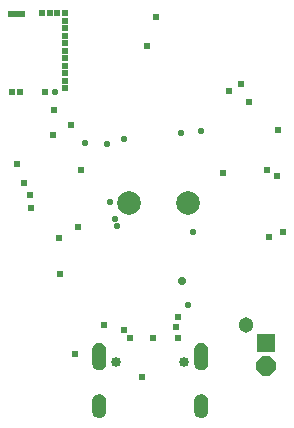
<source format=gbs>
G04 EAGLE Gerber RS-274X export*
G75*
%MOMM*%
%FSLAX34Y34*%
%LPD*%
%INSoldermask Bottom*%
%IPPOS*%
%AMOC8*
5,1,8,0,0,1.08239X$1,22.5*%
G01*
%ADD10C,0.853200*%
%ADD11R,1.643200X1.643200*%
%ADD12P,1.778583X8X22.500000*%
%ADD13C,1.303200*%
%ADD14C,2.003200*%
%ADD15C,0.605600*%
%ADD16C,0.555600*%
%ADD17C,0.705600*%

G36*
X167407Y59735D02*
X167407Y59735D01*
X167412Y59740D01*
X167416Y59737D01*
X168542Y60078D01*
X168546Y60084D01*
X168551Y60082D01*
X169588Y60637D01*
X169591Y60643D01*
X169596Y60642D01*
X170505Y61388D01*
X170507Y61395D01*
X170512Y61395D01*
X171258Y62304D01*
X171258Y62311D01*
X171264Y62312D01*
X171818Y63349D01*
X171817Y63357D01*
X171822Y63358D01*
X171938Y63743D01*
X172133Y64383D01*
X172163Y64484D01*
X172161Y64491D01*
X172165Y64493D01*
X172280Y65664D01*
X172278Y65667D01*
X172281Y65669D01*
X172281Y76669D01*
X172278Y76672D01*
X172280Y76674D01*
X172165Y77844D01*
X172160Y77849D01*
X172163Y77854D01*
X171822Y78979D01*
X171816Y78983D01*
X171818Y78988D01*
X171264Y80025D01*
X171257Y80028D01*
X171258Y80033D01*
X170512Y80943D01*
X170505Y80944D01*
X170505Y80949D01*
X169596Y81696D01*
X169589Y81696D01*
X169588Y81701D01*
X168551Y82255D01*
X168543Y82254D01*
X168542Y82259D01*
X167416Y82601D01*
X167409Y82598D01*
X167407Y82602D01*
X166236Y82718D01*
X166235Y82717D01*
X166234Y82718D01*
X166229Y82718D01*
X166227Y82717D01*
X166226Y82718D01*
X165056Y82602D01*
X165051Y82598D01*
X165046Y82601D01*
X163921Y82259D01*
X163917Y82253D01*
X163912Y82255D01*
X162875Y81701D01*
X162872Y81694D01*
X162867Y81696D01*
X161957Y80949D01*
X161956Y80942D01*
X161951Y80943D01*
X161204Y80033D01*
X161204Y80026D01*
X161199Y80025D01*
X160645Y78988D01*
X160646Y78981D01*
X160641Y78979D01*
X160599Y78840D01*
X160405Y78200D01*
X160299Y77854D01*
X160302Y77847D01*
X160298Y77844D01*
X160182Y76674D01*
X160184Y76670D01*
X160182Y76669D01*
X160182Y65669D01*
X160184Y65666D01*
X160182Y65664D01*
X160298Y64493D01*
X160302Y64488D01*
X160299Y64484D01*
X160641Y63358D01*
X160647Y63354D01*
X160645Y63349D01*
X161199Y62312D01*
X161206Y62309D01*
X161204Y62304D01*
X161951Y61395D01*
X161958Y61393D01*
X161957Y61388D01*
X162867Y60642D01*
X162874Y60642D01*
X162875Y60637D01*
X163912Y60082D01*
X163919Y60083D01*
X163921Y60078D01*
X165046Y59737D01*
X165053Y59739D01*
X165056Y59735D01*
X166226Y59620D01*
X166233Y59624D01*
X166236Y59620D01*
X167407Y59735D01*
G37*
G36*
X81007Y59735D02*
X81007Y59735D01*
X81012Y59740D01*
X81016Y59737D01*
X82142Y60078D01*
X82146Y60084D01*
X82151Y60082D01*
X83188Y60637D01*
X83191Y60643D01*
X83196Y60642D01*
X84105Y61388D01*
X84107Y61395D01*
X84112Y61395D01*
X84858Y62304D01*
X84858Y62311D01*
X84864Y62312D01*
X85418Y63349D01*
X85417Y63357D01*
X85422Y63358D01*
X85538Y63743D01*
X85733Y64383D01*
X85763Y64484D01*
X85761Y64491D01*
X85765Y64493D01*
X85880Y65664D01*
X85878Y65667D01*
X85881Y65669D01*
X85881Y76669D01*
X85878Y76672D01*
X85880Y76674D01*
X85765Y77844D01*
X85760Y77849D01*
X85763Y77854D01*
X85422Y78979D01*
X85416Y78983D01*
X85418Y78988D01*
X84864Y80025D01*
X84857Y80028D01*
X84858Y80033D01*
X84112Y80943D01*
X84105Y80944D01*
X84105Y80949D01*
X83196Y81696D01*
X83189Y81696D01*
X83188Y81701D01*
X82151Y82255D01*
X82143Y82254D01*
X82142Y82259D01*
X81016Y82601D01*
X81009Y82598D01*
X81007Y82602D01*
X79836Y82718D01*
X79835Y82717D01*
X79834Y82718D01*
X79829Y82718D01*
X79827Y82717D01*
X79826Y82718D01*
X78656Y82602D01*
X78651Y82598D01*
X78646Y82601D01*
X77521Y82259D01*
X77517Y82253D01*
X77512Y82255D01*
X76475Y81701D01*
X76472Y81694D01*
X76467Y81696D01*
X75557Y80949D01*
X75556Y80942D01*
X75551Y80943D01*
X74804Y80033D01*
X74804Y80026D01*
X74799Y80025D01*
X74245Y78988D01*
X74246Y78981D01*
X74241Y78979D01*
X74199Y78840D01*
X74005Y78200D01*
X73899Y77854D01*
X73902Y77847D01*
X73898Y77844D01*
X73782Y76674D01*
X73784Y76670D01*
X73782Y76669D01*
X73782Y65669D01*
X73784Y65666D01*
X73782Y65664D01*
X73898Y64493D01*
X73902Y64488D01*
X73899Y64484D01*
X74241Y63358D01*
X74247Y63354D01*
X74245Y63349D01*
X74799Y62312D01*
X74806Y62309D01*
X74804Y62304D01*
X75551Y61395D01*
X75558Y61393D01*
X75557Y61388D01*
X76467Y60642D01*
X76474Y60642D01*
X76475Y60637D01*
X77512Y60082D01*
X77519Y60083D01*
X77521Y60078D01*
X78646Y59737D01*
X78653Y59739D01*
X78656Y59735D01*
X79826Y59620D01*
X79833Y59624D01*
X79836Y59620D01*
X81007Y59735D01*
G37*
G36*
X81007Y19435D02*
X81007Y19435D01*
X81012Y19440D01*
X81016Y19437D01*
X82142Y19778D01*
X82146Y19784D01*
X82151Y19782D01*
X83188Y20337D01*
X83191Y20343D01*
X83196Y20342D01*
X84105Y21088D01*
X84107Y21095D01*
X84112Y21095D01*
X84858Y22004D01*
X84858Y22011D01*
X84864Y22012D01*
X85418Y23049D01*
X85417Y23057D01*
X85422Y23058D01*
X85538Y23443D01*
X85733Y24083D01*
X85763Y24184D01*
X85761Y24191D01*
X85765Y24193D01*
X85880Y25364D01*
X85878Y25367D01*
X85881Y25369D01*
X85881Y33369D01*
X85878Y33372D01*
X85880Y33374D01*
X85765Y34544D01*
X85760Y34549D01*
X85763Y34554D01*
X85422Y35679D01*
X85416Y35683D01*
X85418Y35688D01*
X84864Y36725D01*
X84857Y36728D01*
X84858Y36733D01*
X84112Y37643D01*
X84105Y37644D01*
X84105Y37649D01*
X83196Y38396D01*
X83189Y38396D01*
X83188Y38401D01*
X82151Y38955D01*
X82143Y38954D01*
X82142Y38959D01*
X81016Y39301D01*
X81009Y39298D01*
X81007Y39302D01*
X79836Y39418D01*
X79830Y39414D01*
X79826Y39418D01*
X78656Y39302D01*
X78651Y39298D01*
X78646Y39301D01*
X77521Y38959D01*
X77517Y38953D01*
X77512Y38955D01*
X76475Y38401D01*
X76472Y38394D01*
X76467Y38396D01*
X75557Y37649D01*
X75556Y37642D01*
X75551Y37643D01*
X74804Y36733D01*
X74804Y36726D01*
X74799Y36725D01*
X74245Y35688D01*
X74245Y35685D01*
X74244Y35684D01*
X74246Y35681D01*
X74241Y35679D01*
X74063Y35093D01*
X74048Y35044D01*
X73899Y34554D01*
X73900Y34552D01*
X73899Y34551D01*
X73902Y34548D01*
X73902Y34547D01*
X73898Y34544D01*
X73782Y33374D01*
X73784Y33370D01*
X73782Y33369D01*
X73782Y25369D01*
X73784Y25366D01*
X73782Y25364D01*
X73898Y24193D01*
X73902Y24188D01*
X73899Y24184D01*
X74241Y23058D01*
X74247Y23054D01*
X74245Y23049D01*
X74799Y22012D01*
X74806Y22009D01*
X74804Y22004D01*
X75551Y21095D01*
X75558Y21093D01*
X75557Y21088D01*
X76467Y20342D01*
X76474Y20342D01*
X76475Y20337D01*
X77512Y19782D01*
X77519Y19783D01*
X77521Y19778D01*
X78646Y19437D01*
X78653Y19439D01*
X78656Y19435D01*
X79826Y19320D01*
X79833Y19324D01*
X79836Y19320D01*
X81007Y19435D01*
G37*
G36*
X167407Y19435D02*
X167407Y19435D01*
X167412Y19440D01*
X167416Y19437D01*
X168542Y19778D01*
X168546Y19784D01*
X168551Y19782D01*
X169588Y20337D01*
X169591Y20343D01*
X169596Y20342D01*
X170505Y21088D01*
X170507Y21095D01*
X170512Y21095D01*
X171258Y22004D01*
X171258Y22011D01*
X171264Y22012D01*
X171818Y23049D01*
X171817Y23057D01*
X171822Y23058D01*
X171938Y23443D01*
X172133Y24083D01*
X172163Y24184D01*
X172161Y24191D01*
X172165Y24193D01*
X172280Y25364D01*
X172278Y25367D01*
X172281Y25369D01*
X172281Y33369D01*
X172278Y33372D01*
X172280Y33374D01*
X172165Y34544D01*
X172160Y34549D01*
X172163Y34554D01*
X171822Y35679D01*
X171816Y35683D01*
X171818Y35688D01*
X171264Y36725D01*
X171257Y36728D01*
X171258Y36733D01*
X170512Y37643D01*
X170505Y37644D01*
X170505Y37649D01*
X169596Y38396D01*
X169589Y38396D01*
X169588Y38401D01*
X168551Y38955D01*
X168543Y38954D01*
X168542Y38959D01*
X167416Y39301D01*
X167409Y39298D01*
X167407Y39302D01*
X166236Y39418D01*
X166230Y39414D01*
X166226Y39418D01*
X165056Y39302D01*
X165051Y39298D01*
X165046Y39301D01*
X163921Y38959D01*
X163917Y38953D01*
X163912Y38955D01*
X162875Y38401D01*
X162872Y38394D01*
X162867Y38396D01*
X161957Y37649D01*
X161956Y37642D01*
X161951Y37643D01*
X161204Y36733D01*
X161204Y36726D01*
X161199Y36725D01*
X160645Y35688D01*
X160645Y35685D01*
X160644Y35684D01*
X160646Y35681D01*
X160641Y35679D01*
X160463Y35093D01*
X160448Y35044D01*
X160299Y34554D01*
X160300Y34552D01*
X160299Y34551D01*
X160302Y34548D01*
X160302Y34547D01*
X160298Y34544D01*
X160182Y33374D01*
X160184Y33370D01*
X160182Y33369D01*
X160182Y25369D01*
X160184Y25366D01*
X160182Y25364D01*
X160298Y24193D01*
X160302Y24188D01*
X160299Y24184D01*
X160641Y23058D01*
X160647Y23054D01*
X160645Y23049D01*
X161199Y22012D01*
X161206Y22009D01*
X161204Y22004D01*
X161951Y21095D01*
X161958Y21093D01*
X161957Y21088D01*
X162867Y20342D01*
X162874Y20342D01*
X162875Y20337D01*
X163912Y19782D01*
X163919Y19783D01*
X163921Y19778D01*
X165046Y19437D01*
X165053Y19439D01*
X165056Y19435D01*
X166226Y19320D01*
X166233Y19324D01*
X166236Y19320D01*
X167407Y19435D01*
G37*
D10*
X151931Y66169D03*
X94131Y66169D03*
D11*
X220663Y83025D03*
D12*
X220663Y63025D03*
D13*
X203663Y98025D03*
D14*
X105175Y200819D03*
X155175Y200819D03*
D15*
X4763Y361156D03*
X9525Y361156D03*
X14288Y361156D03*
X31750Y361950D03*
X38100Y361950D03*
X44450Y361950D03*
X50800Y361950D03*
X50800Y355600D03*
X50800Y349250D03*
X50800Y342900D03*
X50800Y336550D03*
X50800Y330200D03*
X50800Y323850D03*
X50800Y317500D03*
X50800Y304800D03*
X50800Y298450D03*
D16*
X42069Y295275D03*
D15*
X34131Y295275D03*
X12700Y295275D03*
X5556Y295275D03*
X50800Y311150D03*
X41275Y280158D03*
X55583Y267474D03*
X230188Y223838D03*
D16*
X100806Y255588D03*
X149225Y260350D03*
D15*
X230981Y262731D03*
X223838Y172244D03*
X146844Y104775D03*
X46831Y141288D03*
X64294Y229394D03*
X146844Y86519D03*
D16*
X154781Y115094D03*
D15*
X105569Y86483D03*
X59531Y73025D03*
X125413Y86451D03*
D16*
X68139Y252377D03*
X86519Y250825D03*
D15*
X115888Y53975D03*
X21431Y207963D03*
X127794Y358775D03*
X10319Y234156D03*
X40801Y258763D03*
X222250Y229394D03*
X189706Y296033D03*
D16*
X88900Y201613D03*
X92869Y187313D03*
X94456Y181769D03*
D15*
X119856Y334169D03*
D17*
X150019Y134938D03*
D15*
X145221Y96079D03*
X101163Y93225D03*
X84138Y97631D03*
D16*
X165894Y261938D03*
D15*
X200025Y301590D03*
X61677Y180940D03*
X206375Y286544D03*
X22225Y196850D03*
X184944Y226219D03*
D16*
X159544Y177006D03*
D15*
X235744Y177006D03*
X15875Y218281D03*
X46038Y171450D03*
M02*

</source>
